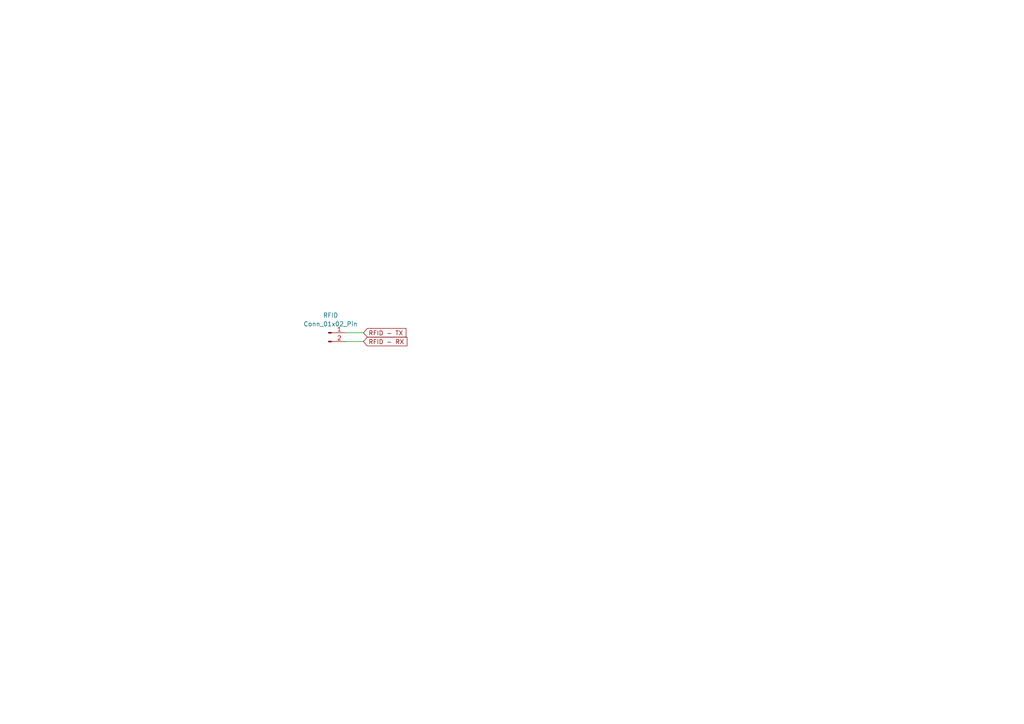
<source format=kicad_sch>
(kicad_sch (version 20230121) (generator eeschema)
  (paper "A4")
  (lib_symbols
    (symbol "Connector:Conn_01x02_Pin" (pin_names (offset 1.016) hide)
      (property "Reference" "J" (at 0 2.54 0))
      (property "Value" "Conn_01x02_Pin" (at 0 -5.08 0))
      (symbol "Conn_01x02_Pin_1_1"
        (polyline (pts (xy 1.27 -2.54) (xy 0.8636 -2.54)) (stroke (width 0.1524)))
        (polyline (pts (xy 1.27 0) (xy 0.8636 0)) (stroke (width 0.1524)))
        (rectangle (start 0.8636 -2.413) (end 0 -2.667) (stroke (width 0.1524)) (fill (type outline)))
        (rectangle (start 0.8636 0.127) (end 0 -0.127) (stroke (width 0.1524)) (fill (type outline)))
        (pin passive line (at 5.08 0 180) (length 3.81) (name "Pin_1") (number "1"))
        (pin passive line (at 5.08 -2.54 180) (length 3.81) (name "Pin_2") (number "2"))
      )
    )
  )
  (wire (pts (xy 100.33 96.52) (xy 105.41 96.52)))
  (wire (pts (xy 100.33 99.06) (xy 105.41 99.06)))
  (global_label "RFID - TX" (shape input) (at 105.41 96.52 0) (property "Intersheetrefs" "${INTERSHEET_REFS}" (effects hide)))
  (global_label "RFID - RX" (shape input) (at 105.41 99.06 0) (property "Intersheetrefs" "${INTERSHEET_REFS}" (effects hide)))
  (symbol (lib_id "Connector:Conn_01x02_Pin") (at 95.25 96.52 0) (unit 1)
    (property "Reference" "RFID" (at 95.885 91.44 0))
    (property "Value" "Conn_01x02_Pin" (at 95.885 93.98 0))
  )
)
</source>
